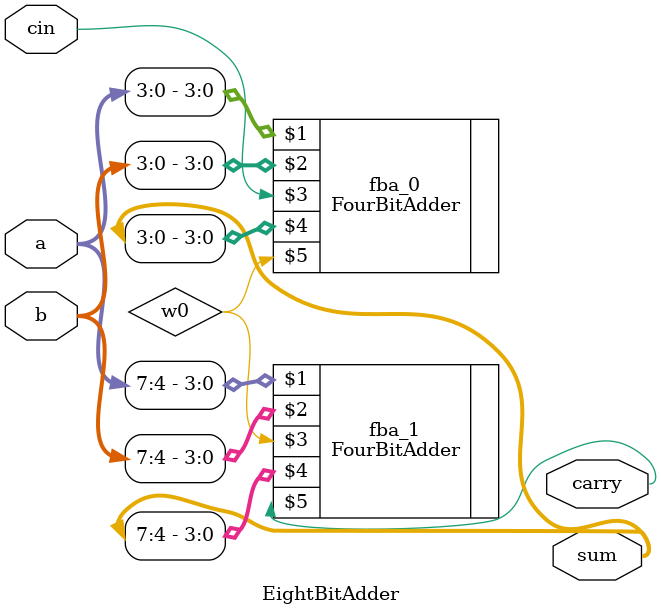
<source format=v>
`include "FourBA.v"
module EightBitAdder(a,b,cin,sum,carry);
input [7:0] a,b;
input cin;
output [7:0] sum;
output carry;
wire w0;
FourBitAdder fba_0(a[3:0] ,b[3:0],cin,sum[3:0],w0);
FourBitAdder fba_1(a[7:4],b[7:4],w0,sum[7:4],carry);
endmodule
</source>
